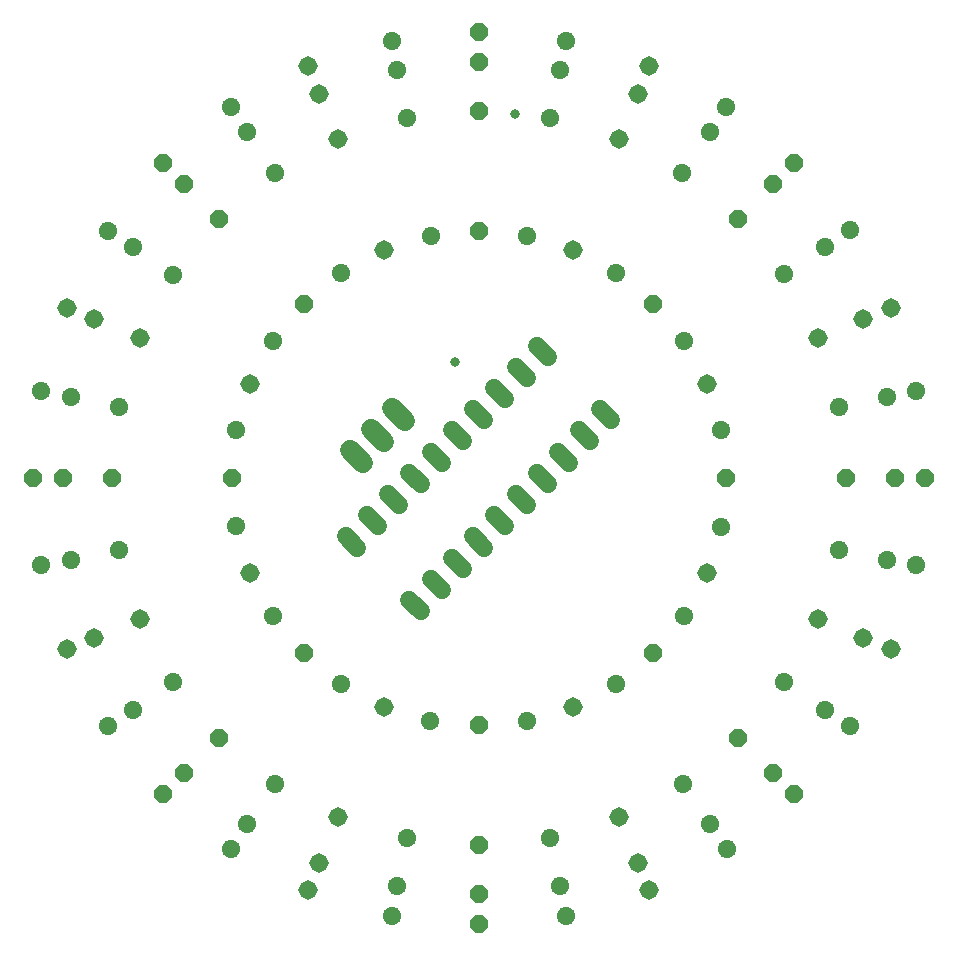
<source format=gbr>
G04 EAGLE Gerber RS-274X export*
G75*
%MOMM*%
%FSLAX34Y34*%
%LPD*%
%INSoldermask Top*%
%IPPOS*%
%AMOC8*
5,1,8,0,0,1.08239X$1,22.5*%
G01*
%ADD10C,0.803200*%
%ADD11P,1.649562X8X292.500000*%
%ADD12P,1.649562X8X281.300000*%
%ADD13P,1.649562X8X270.000000*%
%ADD14P,1.649562X8X258.800000*%
%ADD15P,1.649562X8X247.500000*%
%ADD16P,1.649562X8X236.300000*%
%ADD17P,1.649562X8X225.000000*%
%ADD18P,1.649562X8X213.800000*%
%ADD19P,1.649562X8X202.500000*%
%ADD20P,1.649562X8X191.300000*%
%ADD21P,1.649562X8X180.000000*%
%ADD22P,1.649562X8X168.800000*%
%ADD23P,1.649562X8X157.500000*%
%ADD24P,1.649562X8X146.300000*%
%ADD25P,1.649562X8X135.000000*%
%ADD26P,1.649562X8X123.800000*%
%ADD27P,1.649562X8X112.500000*%
%ADD28P,1.649562X8X101.300000*%
%ADD29P,1.649562X8X90.000000*%
%ADD30P,1.649562X8X78.800000*%
%ADD31P,1.649562X8X67.500000*%
%ADD32P,1.649562X8X56.300000*%
%ADD33P,1.649562X8X45.000000*%
%ADD34P,1.649562X8X33.800000*%
%ADD35P,1.649562X8X22.500000*%
%ADD36P,1.649562X8X371.300000*%
%ADD37P,1.649562X8X360.000000*%
%ADD38P,1.649562X8X348.800000*%
%ADD39P,1.649562X8X337.500000*%
%ADD40P,1.649562X8X326.300000*%
%ADD41P,1.649562X8X315.000000*%
%ADD42P,1.649562X8X303.800000*%
%ADD43C,1.524000*%
%ADD44C,1.727200*%


D10*
X379627Y498427D03*
X430811Y708811D03*
D11*
X400000Y777700D03*
X400000Y752300D03*
D12*
X473667Y770458D03*
X468733Y745542D03*
D13*
X544560Y748933D03*
X534840Y725467D03*
D14*
X609847Y714066D03*
X595753Y692934D03*
D15*
X667080Y667080D03*
X649120Y649120D03*
D16*
X714054Y609865D03*
X692946Y595735D03*
D17*
X748933Y544560D03*
X725467Y534840D03*
D18*
X770454Y473689D03*
X745546Y468711D03*
D19*
X777700Y400000D03*
X752300Y400000D03*
D20*
X770458Y326333D03*
X745542Y331267D03*
D21*
X748933Y255440D03*
X725467Y265160D03*
D22*
X714066Y190153D03*
X692934Y204247D03*
D23*
X667080Y132920D03*
X649120Y150880D03*
D24*
X609865Y85946D03*
X595735Y107054D03*
D25*
X544560Y51067D03*
X534840Y74533D03*
D26*
X473689Y29546D03*
X468711Y54454D03*
D27*
X400000Y22300D03*
X400000Y47700D03*
D28*
X326333Y29542D03*
X331267Y54458D03*
D29*
X255440Y51067D03*
X265160Y74533D03*
D30*
X190153Y85934D03*
X204247Y107066D03*
D31*
X132920Y132920D03*
X150880Y150880D03*
D32*
X85946Y190135D03*
X107054Y204265D03*
D33*
X51067Y255440D03*
X74533Y265160D03*
D34*
X29546Y326311D03*
X54454Y331289D03*
D35*
X22300Y400000D03*
X47700Y400000D03*
D36*
X29542Y473667D03*
X54458Y468733D03*
D37*
X51067Y544560D03*
X74533Y534840D03*
D38*
X85934Y609847D03*
X107066Y595753D03*
D39*
X132920Y667080D03*
X150880Y649120D03*
D40*
X190135Y714054D03*
X204265Y692946D03*
D41*
X255440Y748933D03*
X265160Y725467D03*
D42*
X326311Y770454D03*
X331289Y745546D03*
D27*
X400000Y609200D03*
X400000Y710800D03*
D28*
X440833Y605167D03*
X460567Y704833D03*
D29*
X480060Y593267D03*
X518940Y687133D03*
D30*
X516214Y573937D03*
X572586Y658463D03*
D31*
X547879Y547879D03*
X619721Y619721D03*
D32*
X573986Y516140D03*
X658414Y572660D03*
D33*
X593267Y480060D03*
X687133Y518940D03*
D34*
X605185Y440746D03*
X704815Y460654D03*
D35*
X609200Y400000D03*
X710800Y400000D03*
D36*
X605167Y359167D03*
X704833Y339433D03*
D37*
X593267Y319940D03*
X687133Y281060D03*
D38*
X573937Y283786D03*
X658463Y227414D03*
D39*
X547879Y252121D03*
X619721Y180279D03*
D40*
X516140Y226014D03*
X572660Y141586D03*
D41*
X480060Y206733D03*
X518940Y112867D03*
D42*
X440746Y194815D03*
X460654Y95185D03*
D11*
X400000Y190800D03*
X400000Y89200D03*
D12*
X359167Y194833D03*
X339433Y95167D03*
D13*
X319940Y206733D03*
X281060Y112867D03*
D14*
X283786Y226063D03*
X227414Y141537D03*
D15*
X252121Y252121D03*
X180279Y180279D03*
D16*
X226014Y283860D03*
X141586Y227340D03*
D17*
X206733Y319940D03*
X112867Y281060D03*
D18*
X194815Y359254D03*
X95185Y339346D03*
D19*
X190800Y400000D03*
X89200Y400000D03*
D20*
X194833Y440833D03*
X95167Y460567D03*
D21*
X206733Y480060D03*
X112867Y518940D03*
D22*
X226063Y516214D03*
X141537Y572586D03*
D23*
X252121Y547879D03*
X180279Y619721D03*
D24*
X283860Y573986D03*
X227340Y658414D03*
D25*
X319940Y593267D03*
X281060Y687133D03*
D26*
X359254Y605185D03*
X339346Y704815D03*
D43*
X449212Y512433D02*
X458551Y503093D01*
X440591Y485133D02*
X431251Y494472D01*
X413291Y476512D02*
X422630Y467172D01*
X404670Y449212D02*
X395330Y458551D01*
X377370Y440591D02*
X386709Y431251D01*
X368749Y413291D02*
X359409Y422630D01*
X341449Y404670D02*
X350788Y395330D01*
X332828Y377370D02*
X323488Y386709D01*
X305528Y368749D02*
X314867Y359409D01*
X296907Y341449D02*
X287567Y350788D01*
X341449Y296907D02*
X350788Y287567D01*
X368749Y305528D02*
X359409Y314867D01*
X377370Y332828D02*
X386709Y323488D01*
X404670Y341449D02*
X395330Y350788D01*
X413291Y368749D02*
X422630Y359409D01*
X440591Y377370D02*
X431251Y386709D01*
X449212Y404670D02*
X458551Y395330D01*
X476512Y413291D02*
X467172Y422630D01*
X485133Y440591D02*
X494472Y431251D01*
X512433Y449212D02*
X503093Y458551D01*
D44*
X301668Y412893D02*
X290892Y423670D01*
X308853Y441630D02*
X319629Y430854D01*
X337589Y448814D02*
X326813Y459591D01*
M02*

</source>
